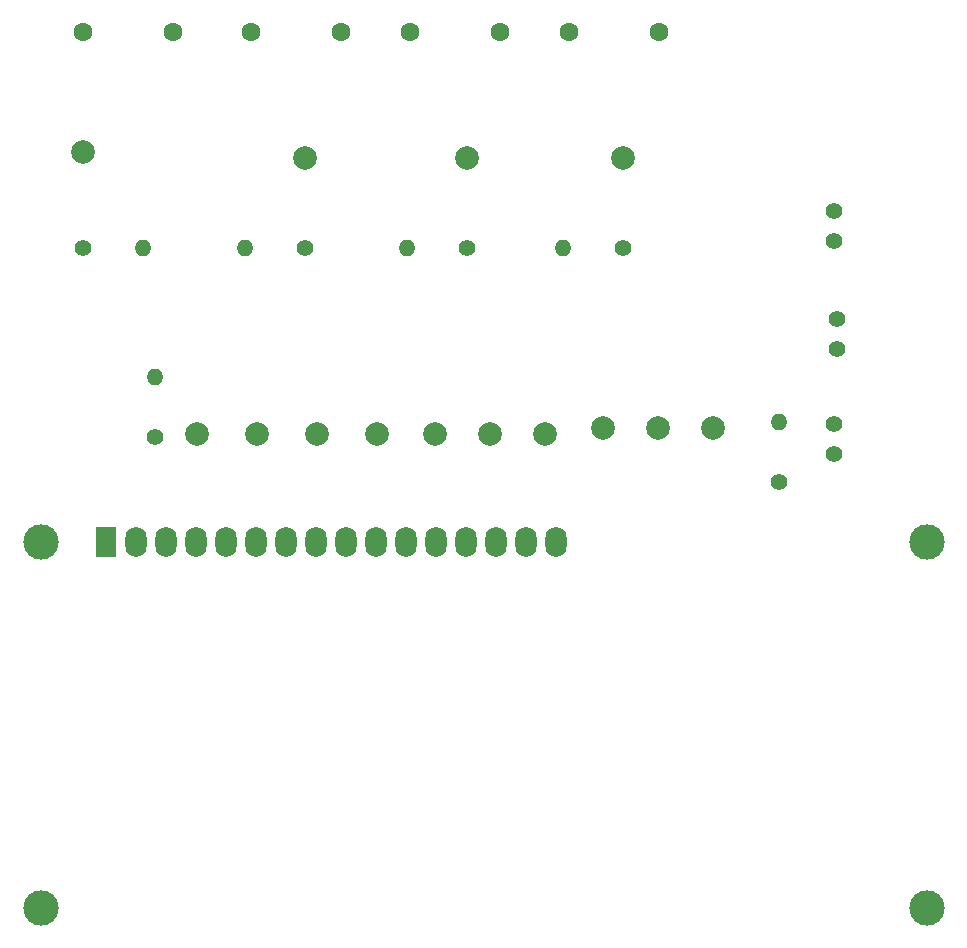
<source format=gbr>
%TF.GenerationSoftware,KiCad,Pcbnew,7.0.5*%
%TF.CreationDate,2023-06-10T01:43:31+05:30*%
%TF.ProjectId,OPEN ;AB,4f50454e-203b-4414-922e-6b696361645f,rev?*%
%TF.SameCoordinates,Original*%
%TF.FileFunction,Soldermask,Bot*%
%TF.FilePolarity,Negative*%
%FSLAX46Y46*%
G04 Gerber Fmt 4.6, Leading zero omitted, Abs format (unit mm)*
G04 Created by KiCad (PCBNEW 7.0.5) date 2023-06-10 01:43:31*
%MOMM*%
%LPD*%
G01*
G04 APERTURE LIST*
%ADD10C,1.400000*%
%ADD11C,2.000000*%
%ADD12C,3.000000*%
%ADD13R,1.800000X2.600000*%
%ADD14O,1.800000X2.600000*%
%ADD15O,1.400000X1.400000*%
%ADD16C,1.600000*%
G04 APERTURE END LIST*
D10*
%TO.C,J17*%
X180546000Y-77216000D03*
X180546000Y-74676000D03*
%TD*%
%TO.C,J16*%
X180340000Y-86126000D03*
X180340000Y-83586000D03*
%TD*%
D11*
%TO.C,J2*%
X116720000Y-60528000D03*
%TD*%
%TO.C,J15*%
X170060000Y-83896000D03*
%TD*%
%TO.C,J14*%
X165410000Y-83896000D03*
%TD*%
%TO.C,J13*%
X160760000Y-83896000D03*
%TD*%
%TO.C,J12*%
X155836000Y-84404000D03*
%TD*%
%TO.C,J11*%
X151186000Y-84404000D03*
%TD*%
%TO.C,J10*%
X146536000Y-84404000D03*
%TD*%
%TO.C,J9*%
X141612000Y-84404000D03*
%TD*%
%TO.C,J8*%
X136532000Y-84404000D03*
%TD*%
%TO.C,J7*%
X131452000Y-84404000D03*
%TD*%
%TO.C,J6*%
X126372000Y-84404000D03*
%TD*%
%TO.C,J5*%
X162440000Y-61036000D03*
%TD*%
%TO.C,J4*%
X149232000Y-61036000D03*
%TD*%
%TO.C,J3*%
X135516000Y-61036000D03*
%TD*%
D12*
%TO.C,DS1*%
X188162580Y-124536000D03*
X113164000Y-93535300D03*
X113164000Y-124536000D03*
X188163100Y-93535300D03*
D13*
X118663100Y-93535300D03*
D14*
X121203100Y-93535300D03*
X123743100Y-93535300D03*
X126283100Y-93535300D03*
X128823100Y-93535300D03*
X131363100Y-93535300D03*
X133903100Y-93535300D03*
X136443100Y-93535300D03*
X138983100Y-93535300D03*
X141523100Y-93535300D03*
X144063100Y-93535300D03*
X146603100Y-93535300D03*
X149143100Y-93535300D03*
X151683100Y-93535300D03*
X154223100Y-93535300D03*
X156763100Y-93535300D03*
%TD*%
D10*
%TO.C,J1*%
X180340000Y-65532000D03*
X180340000Y-68072000D03*
%TD*%
%TO.C,R6*%
X162440000Y-68656000D03*
D15*
X157360000Y-68656000D03*
%TD*%
D10*
%TO.C,R5*%
X149232000Y-68656000D03*
D15*
X144152000Y-68656000D03*
%TD*%
D10*
%TO.C,R4*%
X135516000Y-68656000D03*
D15*
X130436000Y-68656000D03*
%TD*%
%TO.C,R3*%
X121800000Y-68656000D03*
D10*
X116720000Y-68656000D03*
%TD*%
D15*
%TO.C,R2*%
X175641000Y-83439000D03*
D10*
X175641000Y-88519000D03*
%TD*%
%TO.C,R1*%
X122809000Y-84709000D03*
D15*
X122809000Y-79629000D03*
%TD*%
D16*
%TO.C,R10*%
X165488000Y-50368000D03*
X157888000Y-50368000D03*
%TD*%
%TO.C,R9*%
X152016000Y-50368000D03*
X144416000Y-50368000D03*
%TD*%
%TO.C,R8*%
X138564000Y-50368000D03*
X130964000Y-50368000D03*
%TD*%
%TO.C,R7*%
X116740000Y-50368000D03*
X124340000Y-50368000D03*
%TD*%
M02*

</source>
